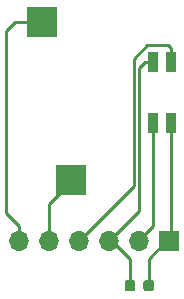
<source format=gbr>
G04 #@! TF.GenerationSoftware,KiCad,Pcbnew,(5.1.5-0-10_14)*
G04 #@! TF.CreationDate,2020-01-23T15:24:22+01:00*
G04 #@! TF.ProjectId,Cherry MX Breakout Board (Kailh Socket),43686572-7279-4204-9d58-20427265616b,v1*
G04 #@! TF.SameCoordinates,Original*
G04 #@! TF.FileFunction,Copper,L2,Bot*
G04 #@! TF.FilePolarity,Positive*
%FSLAX46Y46*%
G04 Gerber Fmt 4.6, Leading zero omitted, Abs format (unit mm)*
G04 Created by KiCad (PCBNEW (5.1.5-0-10_14)) date 2020-01-23 15:24:22*
%MOMM*%
%LPD*%
G04 APERTURE LIST*
%ADD10R,0.900000X1.800000*%
%ADD11R,2.500000X2.550000*%
%ADD12R,1.700000X1.700000*%
%ADD13O,1.700000X1.700000*%
%ADD14C,0.100000*%
%ADD15C,0.250000*%
G04 APERTURE END LIST*
D10*
X157716000Y-102810000D03*
X159216000Y-102810000D03*
X159216000Y-108010000D03*
X157716000Y-108010000D03*
D11*
X150731000Y-112820000D03*
X148336000Y-99395000D03*
D12*
X159092000Y-117946000D03*
D13*
X156552000Y-117946000D03*
X154012000Y-117946000D03*
X151472000Y-117946000D03*
X148932000Y-117946000D03*
X146392000Y-117946000D03*
G04 #@! TA.AperFunction,SMDPad,CuDef*
D14*
G36*
X157579691Y-121282053D02*
G01*
X157600926Y-121285203D01*
X157621750Y-121290419D01*
X157641962Y-121297651D01*
X157661368Y-121306830D01*
X157679781Y-121317866D01*
X157697024Y-121330654D01*
X157712930Y-121345070D01*
X157727346Y-121360976D01*
X157740134Y-121378219D01*
X157751170Y-121396632D01*
X157760349Y-121416038D01*
X157767581Y-121436250D01*
X157772797Y-121457074D01*
X157775947Y-121478309D01*
X157777000Y-121499750D01*
X157777000Y-122012250D01*
X157775947Y-122033691D01*
X157772797Y-122054926D01*
X157767581Y-122075750D01*
X157760349Y-122095962D01*
X157751170Y-122115368D01*
X157740134Y-122133781D01*
X157727346Y-122151024D01*
X157712930Y-122166930D01*
X157697024Y-122181346D01*
X157679781Y-122194134D01*
X157661368Y-122205170D01*
X157641962Y-122214349D01*
X157621750Y-122221581D01*
X157600926Y-122226797D01*
X157579691Y-122229947D01*
X157558250Y-122231000D01*
X157120750Y-122231000D01*
X157099309Y-122229947D01*
X157078074Y-122226797D01*
X157057250Y-122221581D01*
X157037038Y-122214349D01*
X157017632Y-122205170D01*
X156999219Y-122194134D01*
X156981976Y-122181346D01*
X156966070Y-122166930D01*
X156951654Y-122151024D01*
X156938866Y-122133781D01*
X156927830Y-122115368D01*
X156918651Y-122095962D01*
X156911419Y-122075750D01*
X156906203Y-122054926D01*
X156903053Y-122033691D01*
X156902000Y-122012250D01*
X156902000Y-121499750D01*
X156903053Y-121478309D01*
X156906203Y-121457074D01*
X156911419Y-121436250D01*
X156918651Y-121416038D01*
X156927830Y-121396632D01*
X156938866Y-121378219D01*
X156951654Y-121360976D01*
X156966070Y-121345070D01*
X156981976Y-121330654D01*
X156999219Y-121317866D01*
X157017632Y-121306830D01*
X157037038Y-121297651D01*
X157057250Y-121290419D01*
X157078074Y-121285203D01*
X157099309Y-121282053D01*
X157120750Y-121281000D01*
X157558250Y-121281000D01*
X157579691Y-121282053D01*
G37*
G04 #@! TD.AperFunction*
G04 #@! TA.AperFunction,SMDPad,CuDef*
G36*
X156004691Y-121282053D02*
G01*
X156025926Y-121285203D01*
X156046750Y-121290419D01*
X156066962Y-121297651D01*
X156086368Y-121306830D01*
X156104781Y-121317866D01*
X156122024Y-121330654D01*
X156137930Y-121345070D01*
X156152346Y-121360976D01*
X156165134Y-121378219D01*
X156176170Y-121396632D01*
X156185349Y-121416038D01*
X156192581Y-121436250D01*
X156197797Y-121457074D01*
X156200947Y-121478309D01*
X156202000Y-121499750D01*
X156202000Y-122012250D01*
X156200947Y-122033691D01*
X156197797Y-122054926D01*
X156192581Y-122075750D01*
X156185349Y-122095962D01*
X156176170Y-122115368D01*
X156165134Y-122133781D01*
X156152346Y-122151024D01*
X156137930Y-122166930D01*
X156122024Y-122181346D01*
X156104781Y-122194134D01*
X156086368Y-122205170D01*
X156066962Y-122214349D01*
X156046750Y-122221581D01*
X156025926Y-122226797D01*
X156004691Y-122229947D01*
X155983250Y-122231000D01*
X155545750Y-122231000D01*
X155524309Y-122229947D01*
X155503074Y-122226797D01*
X155482250Y-122221581D01*
X155462038Y-122214349D01*
X155442632Y-122205170D01*
X155424219Y-122194134D01*
X155406976Y-122181346D01*
X155391070Y-122166930D01*
X155376654Y-122151024D01*
X155363866Y-122133781D01*
X155352830Y-122115368D01*
X155343651Y-122095962D01*
X155336419Y-122075750D01*
X155331203Y-122054926D01*
X155328053Y-122033691D01*
X155327000Y-122012250D01*
X155327000Y-121499750D01*
X155328053Y-121478309D01*
X155331203Y-121457074D01*
X155336419Y-121436250D01*
X155343651Y-121416038D01*
X155352830Y-121396632D01*
X155363866Y-121378219D01*
X155376654Y-121360976D01*
X155391070Y-121345070D01*
X155406976Y-121330654D01*
X155424219Y-121317866D01*
X155442632Y-121306830D01*
X155462038Y-121297651D01*
X155482250Y-121290419D01*
X155503074Y-121285203D01*
X155524309Y-121282053D01*
X155545750Y-121281000D01*
X155983250Y-121281000D01*
X156004691Y-121282053D01*
G37*
G04 #@! TD.AperFunction*
D15*
X155764500Y-121527500D02*
X155764500Y-119724000D01*
X155764500Y-119724000D02*
X155764500Y-119470000D01*
X155764500Y-119470000D02*
X154012000Y-117717500D01*
X157016000Y-102810000D02*
X156510000Y-103316000D01*
X157716000Y-102810000D02*
X157016000Y-102810000D01*
X156510000Y-103316000D02*
X156510000Y-115400000D01*
X156510000Y-115400000D02*
X154030000Y-117880000D01*
X159098001Y-117939999D02*
X159092000Y-117946000D01*
X157339500Y-121654500D02*
X157339500Y-119978000D01*
X157339500Y-119978000D02*
X157339500Y-119470000D01*
X157339500Y-119470000D02*
X159092000Y-117717500D01*
X158896000Y-117623000D02*
X159092000Y-117819000D01*
X158796000Y-117606000D02*
X159050000Y-117860000D01*
X159216000Y-108010000D02*
X159216000Y-117764000D01*
X159216000Y-117764000D02*
X159050000Y-117930000D01*
X148932000Y-117946000D02*
X148932000Y-114838000D01*
X148932000Y-114838000D02*
X150720000Y-113050000D01*
X150720000Y-113050000D02*
X150720000Y-112980000D01*
X146392000Y-116743919D02*
X145250000Y-115601919D01*
X146392000Y-117946000D02*
X146392000Y-116743919D01*
X145250000Y-115601919D02*
X145250000Y-100220000D01*
X145250000Y-100220000D02*
X146040000Y-99430000D01*
X146040000Y-99430000D02*
X148480000Y-99430000D01*
X156679000Y-117946000D02*
X156552000Y-117946000D01*
X157716000Y-108010000D02*
X157716000Y-116704000D01*
X157716000Y-116704000D02*
X156510000Y-117910000D01*
X159216000Y-101660000D02*
X158956000Y-101400000D01*
X159216000Y-102810000D02*
X159216000Y-101660000D01*
X157190998Y-101400000D02*
X156059990Y-102531008D01*
X158956000Y-101400000D02*
X157190998Y-101400000D01*
X156059990Y-102531008D02*
X156059990Y-113330010D01*
X156059990Y-113330010D02*
X151440000Y-117950000D01*
M02*

</source>
